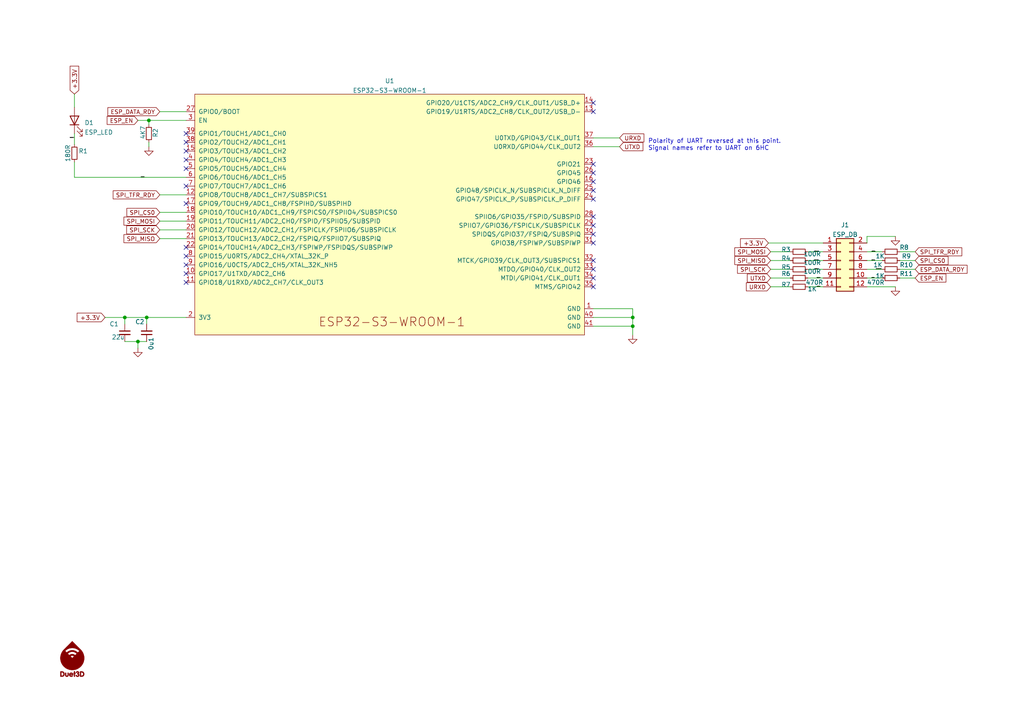
<source format=kicad_sch>
(kicad_sch (version 20211123) (generator eeschema)
  (paper "A4")
  (title_block (title "Duet 3 Wifi Module") (date "2022-08-20") (rev "0.1") (company "Duet3D") (comment 1 "(c) Duet3D") (comment 2 "licensed under the \"CERN-OHL-S v2\" or any later version plus the \"Additional Duet3D Licence Terms\", see https://github.com/Duet3D/Duet3-Mainboard-6HC/blob/master/LICENSE"))
  (lib_symbols
    (symbol "Connector_Generic:Conn_02x06_Odd_Even" (pin_names (offset 1.016) hide)
      (property "Reference" "J" (at 1.27 7.62 0))
      (property "Value" "Conn_02x06_Odd_Even" (at 1.27 -10.16 0))
      (symbol "Conn_02x06_Odd_Even_1_1"
        (rectangle (start -1.27 -7.493) (end 0 -7.747) (stroke (width 0.1524)))
        (rectangle (start -1.27 -4.953) (end 0 -5.207) (stroke (width 0.1524)))
        (rectangle (start -1.27 -2.413) (end 0 -2.667) (stroke (width 0.1524)))
        (rectangle (start -1.27 0.127) (end 0 -0.127) (stroke (width 0.1524)))
        (rectangle (start -1.27 2.667) (end 0 2.413) (stroke (width 0.1524)))
        (rectangle (start -1.27 5.207) (end 0 4.953) (stroke (width 0.1524)))
        (rectangle (start -1.27 6.35) (end 3.81 -8.89) (stroke (width 0.254)) (fill (type background)))
        (rectangle (start 3.81 -7.493) (end 2.54 -7.747) (stroke (width 0.1524)))
        (rectangle (start 3.81 -4.953) (end 2.54 -5.207) (stroke (width 0.1524)))
        (rectangle (start 3.81 -2.413) (end 2.54 -2.667) (stroke (width 0.1524)))
        (rectangle (start 3.81 0.127) (end 2.54 -0.127) (stroke (width 0.1524)))
        (rectangle (start 3.81 2.667) (end 2.54 2.413) (stroke (width 0.1524)))
        (rectangle (start 3.81 5.207) (end 2.54 4.953) (stroke (width 0.1524)))
        (pin passive line (at -5.08 5.08 0) (length 3.81) (name "Pin_1") (number "1"))
        (pin passive line (at 7.62 -5.08 180) (length 3.81) (name "Pin_10") (number "10"))
        (pin passive line (at -5.08 -7.62 0) (length 3.81) (name "Pin_11") (number "11"))
        (pin passive line (at 7.62 -7.62 180) (length 3.81) (name "Pin_12") (number "12"))
        (pin passive line (at 7.62 5.08 180) (length 3.81) (name "Pin_2") (number "2"))
        (pin passive line (at -5.08 2.54 0) (length 3.81) (name "Pin_3") (number "3"))
        (pin passive line (at 7.62 2.54 180) (length 3.81) (name "Pin_4") (number "4"))
        (pin passive line (at -5.08 0 0) (length 3.81) (name "Pin_5") (number "5"))
        (pin passive line (at 7.62 0 180) (length 3.81) (name "Pin_6") (number "6"))
        (pin passive line (at -5.08 -2.54 0) (length 3.81) (name "Pin_7") (number "7"))
        (pin passive line (at 7.62 -2.54 180) (length 3.81) (name "Pin_8") (number "8"))
        (pin passive line (at -5.08 -5.08 0) (length 3.81) (name "Pin_9") (number "9"))
      )
    )
    (symbol "Device:C_Small" (pin_numbers hide) (pin_names (offset 0.254) hide)
      (property "Reference" "C" (at 0.254 1.778 0))
      (property "Value" "C_Small" (at 0.254 -2.032 0))
      (symbol "C_Small_0_1"
        (polyline (pts (xy -1.524 -0.508) (xy 1.524 -0.508)) (stroke (width 0.3302)))
        (polyline (pts (xy -1.524 0.508) (xy 1.524 0.508)) (stroke (width 0.3048)))
      )
      (symbol "C_Small_1_1"
        (pin passive line (at 0 2.54 270) (length 2.032) (name "~") (number "1"))
        (pin passive line (at 0 -2.54 90) (length 2.032) (name "~") (number "2"))
      )
    )
    (symbol "Device:LED" (pin_numbers hide) (pin_names (offset 1.016) hide)
      (property "Reference" "D" (at 0 2.54 0))
      (property "Value" "LED" (at 0 -2.54 0))
      (symbol "LED_0_1"
        (polyline (pts (xy -1.27 -1.27) (xy -1.27 1.27)) (stroke (width 0.254)))
        (polyline (pts (xy -1.27 0) (xy 1.27 0)))
        (polyline (pts (xy 1.27 -1.27) (xy 1.27 1.27) (xy -1.27 0) (xy 1.27 -1.27)) (stroke (width 0.254)))
        (polyline (pts (xy -3.048 -0.762) (xy -4.572 -2.286) (xy -3.81 -2.286) (xy -4.572 -2.286) (xy -4.572 -1.524)))
        (polyline (pts (xy -1.778 -0.762) (xy -3.302 -2.286) (xy -2.54 -2.286) (xy -3.302 -2.286) (xy -3.302 -1.524)))
      )
      (symbol "LED_1_1"
        (pin passive line (at -3.81 0 0) (length 2.54) (name "K") (number "1"))
        (pin passive line (at 3.81 0 180) (length 2.54) (name "A") (number "2"))
      )
    )
    (symbol "Device:R_Small" (pin_numbers hide) (pin_names (offset 0.254) hide)
      (property "Reference" "R" (at 0.762 0.508 0))
      (property "Value" "R_Small" (at 0.762 -1.016 0))
      (symbol "R_Small_0_1"
        (rectangle (start -0.762 1.778) (end 0.762 -1.778) (stroke (width 0.2032)))
      )
      (symbol "R_Small_1_1"
        (pin passive line (at 0 2.54 270) (length 0.762) (name "~") (number "1"))
        (pin passive line (at 0 -2.54 90) (length 0.762) (name "~") (number "2"))
      )
    )
    (symbol "Duet3:Logo_Duet3d_New" (pin_names (offset 1.016))
      (symbol "Logo_Duet3d_New_0_0"
        (polyline (pts (xy 0.7874 -4.2418) (xy 0.9652 -4.2418) (xy 0.9652 -4.0132) (xy 0.7874 -4.0132) (xy 0.7874 -3.5814) (xy 0.508 -3.5814) (xy 0.508 -4.0132) (xy 0.381 -4.0132) (xy 0.381 -4.2418) (xy 0.508 -4.2418) (xy 0.508 -5.1054) (xy 0.635 -5.1054) (xy 0.6604 -5.1308) (xy 0.7874 -5.1308) (xy 0.7874 -4.2418)) (stroke (width 0.0254)) (fill (type outline)))
        (polyline (pts (xy -1.4732 -5.1308) (xy -1.3716 -5.1308) (xy -1.3716 -5.1054) (xy -1.3208 -5.1054) (xy -1.2954 -5.08) (xy -1.27 -5.08) (xy -1.27 -5.0546) (xy -1.2446 -5.0546) (xy -1.1684 -4.9784) (xy -1.1684 -4.953) (xy -1.143 -4.953) (xy -1.143 -4.9276) (xy -1.1176 -4.9022) (xy -1.1176 -4.8514) (xy -1.0922 -4.826) (xy -1.0922 -4.7498) (xy -1.0668 -4.7244) (xy -1.0668 -4.0132) (xy -1.3462 -4.0132) (xy -1.3462 -4.7244) (xy -1.3716 -4.7244) (xy -1.3716 -4.7752) (xy -1.397 -4.8006) (xy -1.397 -4.826) (xy -1.4224 -4.826) (xy -1.4224 -4.8514) (xy -1.4478 -4.8514) (xy -1.4478 -4.8768) (xy -1.651 -4.8768) (xy -1.6764 -4.8514) (xy -1.7018 -4.8514) (xy -1.7018 -4.826) (xy -1.7272 -4.8006) (xy -1.7272 -4.7752) (xy -1.7526 -4.7752) (xy -1.7526 -4.6482) (xy -1.778 -4.6228) (xy -1.778 -4.0132) (xy -2.0574 -4.0132) (xy -2.0574 -4.6736) (xy -2.032 -4.6736) (xy -2.032 -4.826) (xy -2.0066 -4.8514) (xy -2.0066 -4.8768) (xy -1.9812 -4.9022) (xy -1.9812 -4.9276) (xy -1.9558 -4.953) (xy -1.9558 -4.9784) (xy -1.9304 -5.0038) (xy -1.905 -5.0038) (xy -1.905 -5.0292) (xy -1.8796 -5.0292) (xy -1.8796 -5.0546) (xy -1.8542 -5.0546) (xy -1.8542 -5.08) (xy -1.8034 -5.08) (xy -1.778 -5.1054) (xy -1.7526 -5.1054) (xy -1.7272 -5.1308) (xy -1.6256 -5.1308) (xy -1.6002 -5.1562) (xy -1.4986 -5.1562) (xy -1.4732 -5.1308)) (stroke (width 0.0254)) (fill (type outline)))
        (polyline (pts (xy -3.2004 -5.1054) (xy -2.7432 -5.1054) (xy -2.7178 -5.08) (xy -2.667 -5.08) (xy -2.6416 -5.0546) (xy -2.5908 -5.0546) (xy -2.5908 -5.0292) (xy -2.5654 -5.0292) (xy -2.54 -5.0038) (xy -2.5146 -5.0038) (xy -2.5146 -4.9784) (xy -2.4892 -4.9784) (xy -2.3622 -4.8514) (xy -2.3622 -4.826) (xy -2.3368 -4.8006) (xy -2.3368 -4.7752) (xy -2.3114 -4.7498) (xy -2.3114 -4.7244) (xy -2.286 -4.6736) (xy -2.286 -4.6482) (xy -2.2606 -4.6228) (xy -2.2606 -4.5212) (xy -2.2352 -4.4958) (xy -2.2352 -4.2672) (xy -2.2606 -4.2418) (xy -2.2606 -4.1402) (xy -2.286 -4.1148) (xy -2.286 -4.064) (xy -2.3114 -4.0386) (xy -2.3114 -4.0132) (xy -2.3368 -3.9878) (xy -2.3368 -3.9624) (xy -2.3622 -3.937) (xy -2.3622 -3.9116) (xy -2.3876 -3.8862) (xy -2.3876 -3.8608) (xy -2.413 -3.8608) (xy -2.4384 -3.8354) (xy -2.4384 -3.81) (xy -2.4892 -3.7592) (xy -2.5146 -3.7592) (xy -2.5654 -3.7084) (xy -2.5908 -3.7084) (xy -2.5908 -3.683) (xy -2.6162 -3.683) (xy -2.6416 -3.6576) (xy -2.6924 -3.6576) (xy -2.7432 -3.6322) (xy -2.8194 -3.6322) (xy -2.8448 -3.6068) (xy -3.429 -3.6068) (xy -3.429 -4.826) (xy -3.1496 -4.826) (xy -3.1496 -3.8862) (xy -2.921 -3.8862) (xy -2.8956 -3.9116) (xy -2.8194 -3.9116) (xy -2.794 -3.937) (xy -2.7432 -3.937) (xy -2.7432 -3.9624) (xy -2.7178 -3.9624) (xy -2.667 -4.0132) (xy -2.6416 -4.0132) (xy -2.6416 -4.0386) (xy -2.5908 -4.0894) (xy -2.5908 -4.1148) (xy -2.5654 -4.1402) (xy -2.5654 -4.191) (xy -2.54 -4.2164) (xy -2.54 -4.5466) (xy -2.5654 -4.572) (xy -2.5654 -4.6228) (xy -2.6162 -4.6736) (xy -2.6162 -4.699) (xy -2.6416 -4.699) (xy -2.6416 -4.7244) (xy -2.667 -4.7244) (xy -2.667 -4.7498) (xy -2.6924 -4.7498) (xy -2.6924 -4.7752) (xy -2.7178 -4.7752) (xy -2.7432 -4.8006) (xy -2.794 -4.8006) (xy -2.794 -4.826) (xy -3.1496 -4.826) (xy -3.429 -4.826) (xy -3.429 -5.1308) (xy -3.2004 -5.1054)) (stroke (width 0.0254)) (fill (type outline)))
        (polyline (pts (xy 2.5146 -5.1054) (xy 2.9464 -5.1054) (xy 2.9718 -5.08) (xy 3.048 -5.08) (xy 3.0734 -5.0546) (xy 3.0988 -5.0546) (xy 3.1242 -5.0292) (xy 3.1496 -5.0292) (xy 3.2004 -4.9784) (xy 3.2258 -4.9784) (xy 3.2258 -4.953) (xy 3.2512 -4.9276) (xy 3.2766 -4.9276) (xy 3.2766 -4.9022) (xy 3.3528 -4.826) (xy 3.3528 -4.8006) (xy 3.3782 -4.7752) (xy 3.3782 -4.7498) (xy 3.4036 -4.7244) (xy 3.4036 -4.699) (xy 3.429 -4.6482) (xy 3.429 -4.5974) (xy 3.4544 -4.572) (xy 3.4544 -4.191) (xy 3.429 -4.1656) (xy 3.429 -4.0894) (xy 3.4036 -4.064) (xy 3.4036 -4.0386) (xy 3.3782 -4.0132) (xy 3.3782 -3.9878) (xy 3.3528 -3.937) (xy 3.3528 -3.9116) (xy 3.2258 -3.7846) (xy 3.2258 -3.7592) (xy 3.2004 -3.7592) (xy 3.1496 -3.7084) (xy 3.1242 -3.7084) (xy 3.0988 -3.683) (xy 3.0734 -3.683) (xy 3.048 -3.6576) (xy 2.9972 -3.6576) (xy 2.9718 -3.6322) (xy 2.8702 -3.6322) (xy 2.8448 -3.6068) (xy 2.2606 -3.6068) (xy 2.2606 -4.826) (xy 2.54 -4.826) (xy 2.54 -3.8862) (xy 2.7686 -3.8862) (xy 2.794 -3.9116) (xy 2.8702 -3.9116) (xy 2.8956 -3.937) (xy 2.9464 -3.937) (xy 2.9718 -3.9624) (xy 2.9972 -3.9624) (xy 2.9972 -3.9878) (xy 3.0226 -3.9878) (xy 3.0226 -4.0132) (xy 3.048 -4.0132) (xy 3.0734 -4.0386) (xy 3.0734 -4.064) (xy 3.0988 -4.064) (xy 3.0988 -4.0894) (xy 3.1242 -4.1148) (xy 3.1242 -4.1402) (xy 3.1496 -4.1656) (xy 3.1496 -4.2418) (xy 3.175 -4.2672) (xy 3.175 -4.4958) (xy 3.1496 -4.5212) (xy 3.1496 -4.572) (xy 3.1242 -4.5974) (xy 3.1242 -4.6482) (xy 3.0988 -4.6482) (xy 3.0988 -4.6736) (xy 3.0734 -4.699) (xy 3.0734 -4.7244) (xy 3.048 -4.7244) (xy 3.048 -4.7498) (xy 3.0226 -4.7498) (xy 3.0226 -4.7752) (xy 2.9718 -4.7752) (xy 2.9718 -4.8006) (xy 2.921 -4.8006) (xy 2.8956 -4.826) (xy 2.54 -4.826) (xy 2.2606 -4.826) (xy 2.2606 -5.1308) (xy 2.5146 -5.1054)) (stroke (width 0.0254)) (fill (type outline)))
        (polyline (pts (xy -0.2286 -5.1308) (xy -0.1016 -5.1308) (xy -0.1016 -5.1054) (xy -0.0254 -5.1054) (xy -0.0254 -5.08) (xy 0 -5.08) (xy 0.0254 -5.0546) (xy 0.0508 -5.0546) (xy 0.1016 -5.0038) (xy 0.127 -5.0038) (xy 0.127 -4.9784) (xy 0.2032 -4.9022) (xy 0.1778 -4.9022) (xy 0.1778 -4.8768) (xy 0.127 -4.8768) (xy 0.127 -4.8514) (xy 0.0762 -4.8514) (xy 0.0762 -4.826) (xy 0.0254 -4.826) (xy 0 -4.8006) (xy -0.0508 -4.8006) (xy -0.1016 -4.8514) (xy -0.127 -4.8514) (xy -0.1524 -4.8768) (xy -0.2032 -4.8768) (xy -0.2286 -4.9022) (xy -0.381 -4.9022) (xy -0.4064 -4.8768) (xy -0.4572 -4.8768) (xy -0.4826 -4.8514) (xy -0.508 -4.8514) (xy -0.5588 -4.8006) (xy -0.5588 -4.7752) (xy -0.5842 -4.7752) (xy -0.5842 -4.7498) (xy -0.6096 -4.7244) (xy -0.6096 -4.6736) (xy -0.635 -4.6482) (xy 0.2794 -4.6482) (xy 0.2794 -4.4704) (xy 0.254 -4.445) (xy 0.254 -4.3688) (xy 0.2286 -4.3434) (xy 0.2286 -4.2926) (xy 0.2032 -4.2672) (xy 0.2032 -4.2418) (xy 0.1016 -4.1402) (xy 0.1016 -4.1148) (xy 0.0762 -4.0894) (xy 0.0508 -4.0894) (xy 0.0254 -4.064) (xy 0 -4.064) (xy -0.0254 -4.0386) (xy -0.0508 -4.0386) (xy -0.0762 -4.0132) (xy -0.1016 -4.0132) (xy -0.127 -3.9878) (xy -0.2286 -3.9878) (xy -0.254 -3.9624) (xy -0.381 -3.9624) (xy -0.4064 -3.9878) (xy -0.4826 -3.9878) (xy -0.508 -4.0132) (xy -0.5334 -4.0132) (xy -0.5588 -4.0386) (xy -0.5842 -4.0386) (xy -0.6096 -4.064) (xy -0.635 -4.064) (xy -0.6604 -4.0894) (xy -0.6858 -4.0894) (xy -0.7366 -4.1402) (xy -0.7366 -4.1656) (xy -0.762 -4.191) (xy -0.7874 -4.191) (xy -0.7874 -4.2164) (xy -0.8382 -4.2672) (xy -0.8382 -4.2926) (xy -0.8636 -4.318) (xy -0.8636 -4.3688) (xy -0.889 -4.4196) (xy -0.6096 -4.4196) (xy -0.6096 -4.3942) (xy -0.5842 -4.3942) (xy -0.5842 -4.3434) (xy -0.508 -4.2672) (xy -0.4826 -4.2672) (xy -0.4826 -4.2418) (xy -0.4318 -4.2418) (xy -0.4318 -4.2164) (xy -0.2032 -4.2164) (xy -0.1778 -4.2418) (xy -0.127 -4.2418) (xy -0.127 -4.2672) (xy -0.1016 -4.2672) (xy -0.1016 -4.2926) (xy -0.0762 -4.2926) (xy -0.0762 -4.318) (xy -0.0508 -4.318) (xy -0.0508 -4.3434) (xy -0.0254 -4.3434) (xy -0.0254 -4.3942) (xy 0 -4.3942) (xy 0 -4.4196) (xy -0.6096 -4.4196) (xy -0.889 -4.4196) (xy -0.889 -4.7244) (xy -0.8636 -4.7498) (xy -0.8636 -4.8006) (xy -0.8382 -4.826) (xy -0.8382 -4.8514) (xy -0.8128 -4.8768) (xy -0.8128 -4.9022) (xy -0.7874 -4.9276) (xy -0.762 -4.9276) (xy -0.762 -4.953) (xy -0.6858 -5.0292) (xy -0.6604 -5.0292) (xy -0.6604 -5.0546) (xy -0.635 -5.0546) (xy -0.6096 -5.08) (xy -0.5842 -5.08) (xy -0.5588 -5.1054) (xy -0.5334 -5.1054) (xy -0.508 -5.1308) (xy -0.381 -5.1308) (xy -0.3556 -5.1562) (xy -0.254 -5.1562) (xy -0.2286 -5.1308)) (stroke (width 0.0254)) (fill (type outline)))
        (polyline (pts (xy 1.6764 -5.1308) (xy 1.7272 -5.1308) (xy 1.7526 -5.1054) (xy 1.778 -5.1054) (xy 1.8034 -5.08) (xy 1.8288 -5.08) (xy 1.8542 -5.0546) (xy 1.8796 -5.0546) (xy 1.905 -5.0292) (xy 1.905 -5.0038) (xy 1.9304 -5.0038) (xy 1.9558 -4.9784) (xy 1.9558 -4.953) (xy 1.9812 -4.9276) (xy 2.0066 -4.9276) (xy 2.0066 -4.8768) (xy 2.032 -4.8514) (xy 2.032 -4.8006) (xy 2.0574 -4.8006) (xy 2.0574 -4.5466) (xy 2.032 -4.5212) (xy 2.032 -4.4704) (xy 2.0066 -4.4704) (xy 2.0066 -4.445) (xy 1.9812 -4.445) (xy 1.9812 -4.4196) (xy 1.905 -4.3434) (xy 1.8796 -4.3434) (xy 1.8542 -4.318) (xy 1.8288 -4.318) (xy 1.8288 -4.2926) (xy 1.778 -4.2926) (xy 1.8034 -4.2672) (xy 1.8288 -4.2672) (xy 1.8288 -4.2418) (xy 1.8542 -4.2418) (xy 1.8542 -4.2164) (xy 1.8796 -4.2164) (xy 1.9304 -4.1656) (xy 1.9304 -4.1402) (xy 1.9558 -4.1148) (xy 1.9558 -4.0894) (xy 1.9812 -4.064) (xy 1.9812 -3.8608) (xy 1.9558 -3.8354) (xy 1.9558 -3.81) (xy 1.9304 -3.7846) (xy 1.9304 -3.7592) (xy 1.905 -3.7592) (xy 1.905 -3.7338) (xy 1.8796 -3.7084) (xy 1.8796 -3.683) (xy 1.8542 -3.683) (xy 1.8034 -3.6322) (xy 1.778 -3.6322) (xy 1.7526 -3.6068) (xy 1.7018 -3.6068) (xy 1.6764 -3.5814) (xy 1.397 -3.5814) (xy 1.3716 -3.6068) (xy 1.3208 -3.6068) (xy 1.3208 -3.6322) (xy 1.2954 -3.6322) (xy 1.27 -3.6576) (xy 1.2446 -3.6576) (xy 1.2192 -3.683) (xy 1.2192 -3.7084) (xy 1.1938 -3.7084) (xy 1.1684 -3.7338) (xy 1.1684 -3.7592) (xy 1.143 -3.7846) (xy 1.143 -3.81) (xy 1.1176 -3.8354) (xy 1.1176 -3.8608) (xy 1.0922 -3.8862) (xy 1.0922 -3.9878) (xy 1.3716 -3.9878) (xy 1.3716 -3.937) (xy 1.4224 -3.8862) (xy 1.4478 -3.8862) (xy 1.4478 -3.8608) (xy 1.4986 -3.8608) (xy 1.524 -3.8354) (xy 1.5748 -3.8354) (xy 1.5748 -3.8608) (xy 1.6256 -3.8608) (xy 1.6764 -3.9116) (xy 1.6764 -3.937) (xy 1.7018 -3.9624) (xy 1.7018 -4.0386) (xy 1.6764 -4.0386) (xy 1.6764 -4.064) (xy 1.651 -4.0894) (xy 1.651 -4.1148) (xy 1.6256 -4.1148) (xy 1.6002 -4.1402) (xy 1.5748 -4.1402) (xy 1.5494 -4.1656) (xy 1.4478 -4.1656) (xy 1.4478 -4.4196) (xy 1.5494 -4.4196) (xy 1.5748 -4.445) (xy 1.6002 -4.445) (xy 1.6256 -4.4704) (xy 1.6764 -4.4704) (xy 1.6764 -4.4958) (xy 1.7018 -4.4958) (xy 1.7018 -4.5212) (xy 1.7272 -4.5212) (xy 1.7272 -4.5466) (xy 1.7526 -4.5466) (xy 1.7526 -4.572) (xy 1.778 -4.5974) (xy 1.778 -4.7498) (xy 1.7526 -4.7752) (xy 1.7526 -4.8006) (xy 1.7272 -4.8006) (xy 1.7272 -4.826) (xy 1.7018 -4.826) (xy 1.7018 -4.8514) (xy 1.6764 -4.8514) (xy 1.651 -4.8768) (xy 1.5748 -4.8768) (xy 1.5494 -4.9022) (xy 1.524 -4.8768) (xy 1.4478 -4.8768) (xy 1.4224 -4.8514) (xy 1.397 -4.8514) (xy 1.397 -4.826) (xy 1.3716 -4.826) (xy 1.3716 -4.8006) (xy 1.3462 -4.8006) (xy 1.3462 -4.7752) (xy 1.3208 -4.7498) (xy 1.3208 -4.6736) (xy 1.016 -4.6736) (xy 1.016 -4.699) (xy 1.0414 -4.7244) (xy 1.0414 -4.8006) (xy 1.0668 -4.8514) (xy 1.0668 -4.8768) (xy 1.0922 -4.9022) (xy 1.0922 -4.9276) (xy 1.143 -4.9784) (xy 1.143 -5.0038) (xy 1.1684 -5.0038) (xy 1.27 -5.1054) (xy 1.3208 -5.1054) (xy 1.3462 -5.1308) (xy 1.397 -5.1308) (xy 1.4224 -5.1562) (xy 1.651 -5.1562) (xy 1.6764 -5.1308)) (stroke (width 0.0254)) (fill (type outline)))
        (polyline (pts (xy 0.3556 -3.175) (xy 0.508 -3.175) (xy 0.5842 -3.1496) (xy 0.635 -3.1496) (xy 0.7112 -3.1242) (xy 0.7874 -3.1242) (xy 0.8636 -3.0988) (xy 0.9144 -3.0734) (xy 0.9906 -3.0734) (xy 1.0668 -3.048) (xy 1.1176 -3.0226) (xy 1.1938 -2.9972) (xy 1.2446 -2.9718) (xy 1.397 -2.921) (xy 1.4478 -2.8956) (xy 1.524 -2.8702) (xy 1.5748 -2.8194) (xy 1.651 -2.794) (xy 1.6764 -2.7686) (xy 1.7526 -2.7432) (xy 1.8034 -2.6924) (xy 1.8542 -2.667) (xy 1.9304 -2.6162) (xy 1.9812 -2.5908) (xy 2.032 -2.54) (xy 2.1082 -2.5146) (xy 2.2606 -2.3622) (xy 2.3114 -2.3368) (xy 2.5146 -2.1336) (xy 2.5146 -2.1082) (xy 2.54 -2.1082) (xy 2.667 -1.9812) (xy 2.6924 -1.9304) (xy 2.7432 -1.8796) (xy 2.794 -1.8034) (xy 2.8194 -1.778) (xy 2.8448 -1.7272) (xy 2.8956 -1.651) (xy 2.921 -1.6002) (xy 2.9718 -1.5494) (xy 2.9972 -1.4732) (xy 3.048 -1.4224) (xy 3.0734 -1.3716) (xy 3.0988 -1.2954) (xy 3.1242 -1.2446) (xy 3.175 -1.1684) (xy 3.2004 -1.1176) (xy 3.2512 -0.9652) (xy 3.2766 -0.9144) (xy 3.302 -0.8382) (xy 3.302 -0.7874) (xy 3.3528 -0.635) (xy 3.3782 -0.5842) (xy 3.3782 -0.508) (xy 3.4036 -0.4318) (xy 3.4036 -0.381) (xy 3.429 -0.3048) (xy 3.429 -0.2286) (xy 3.4544 -0.1524) (xy 3.4544 0.0508) (xy 3.4798 0.127) (xy 3.4798 0.4064) (xy 3.4544 0.4826) (xy 3.4544 0.6858) (xy 3.429 0.762) (xy 3.429 0.8382) (xy 3.4036 0.889) (xy 3.4036 0.9906) (xy 3.3782 1.0414) (xy 3.3528 1.1176) (xy 3.3528 1.1938) (xy 3.3274 1.2446) (xy 3.2766 1.397) (xy 3.2512 1.4478) (xy 3.2004 1.6002) (xy 3.175 1.651) (xy 3.1496 1.7272) (xy 3.1242 1.778) (xy 3.0988 1.8542) (xy 3.048 1.905) (xy 3.0226 1.9558) (xy 2.9718 2.032) (xy 2.8956 2.1844) (xy 2.8448 2.2352) (xy 2.8194 2.286) (xy 2.7686 2.3622) (xy 2.667 2.4638) (xy 2.6416 2.5146) (xy 2.4892 2.667) (xy 2.4892 2.6924) (xy 2.4638 2.6924) (xy 2.4638 2.7178) (xy 2.4384 2.7178) (xy 2.4384 2.7432) (xy 2.413 2.7432) (xy 2.413 2.7686) (xy 2.3876 2.7686) (xy 2.3876 2.794) (xy 2.3622 2.794) (xy 2.286 2.8702) (xy 2.286 2.8956) (xy 2.2606 2.8956) (xy 2.1844 2.9718) (xy 2.1844 2.9972) (xy 2.159 2.9972) (xy 1.9558 3.2004) (xy 1.9304 3.2512) (xy 1.905 3.2766) (xy 1.8542 3.302) (xy 1.3462 3.81) (xy 1.3208 3.8608) (xy 1.27 3.8862) (xy 0 5.1562) (xy -1.2192 3.9116) (xy -1.27 3.8862) (xy -1.2954 3.8354) (xy -1.397 3.7338) (xy -1.4478 3.7084) (xy -1.4732 3.6576) (xy -1.4986 3.6322) (xy -1.5494 3.6068) (xy -1.5748 3.556) (xy -1.6256 3.5052) (xy -1.6764 3.4798) (xy -1.7018 3.429) (xy -1.7526 3.3782) (xy -1.8034 3.3528) (xy -1.8288 3.302) (xy -2.2352 2.8956) (xy -2.2606 2.8956) (xy -2.2606 2.8702) (xy -2.4638 2.667) (xy -2.4892 2.667) (xy -2.4892 2.6416) (xy -2.6162 2.5146) (xy -2.6162 2.4892) (xy -2.6416 2.4638) (xy -2.667 2.4638) (xy -2.7178 2.3622) (xy -2.7432 2.3368) (xy -2.0574 2.3368) (xy -2.0574 2.3622) (xy -2.032 2.3622) (xy -1.905 2.4892) (xy -1.8542 2.5146) (xy -1.8034 2.5654) (xy -1.7526 2.5908) (xy -1.7018 2.6416) (xy -1.651 2.667) (xy -1.6002 2.7178) (xy -1.4986 2.7686) (xy -1.4478 2.8194) (xy -1.3716 2.8448) (xy -1.27 2.8956) (xy -1.1938 2.921) (xy -1.0922 2.9718) (xy -1.016 2.9972) (xy -0.9144 3.048) (xy -0.8382 3.0734) (xy -0.7874 3.0734) (xy -0.7112 3.0988) (xy -0.6604 3.1242) (xy -0.5842 3.1242) (xy -0.5334 3.1496) (xy -0.4064 3.1496) (xy -0.3302 3.175) (xy -0.0762 3.175) (xy 0 3.2004) (xy 0.0508 3.2004) (xy 0.127 3.175) (xy 0.381 3.175) (xy 0.4318 3.1496) (xy 0.508 3.1496) (xy 0.5588 3.1242) (xy 0.635 3.1242) (xy 0.6858 3.0988) (xy 0.762 3.0988) (xy 0.8128 3.0734) (xy 0.889 3.048) (xy 0.9398 3.0226) (xy 1.016 3.0226) (xy 1.1176 2.9718) (xy 1.143 2.9718) (xy 1.1684 2.9464) (xy 1.1938 2.9464) (xy 1.2192 2.921) (xy 1.2446 2.921) (xy 1.27 2.8956) (xy 1.2954 2.8956) (xy 1.3208 2.8702) (xy 1.3462 2.8702) (xy 1.3716 2.8448) (xy 1.397 2.8448) (xy 1.4224 2.8194) (xy 1.4478 2.8194) (xy 1.4478 2.794) (xy 1.4986 2.7686) (xy 1.5748 2.7432) (xy 1.6256 2.6924) (xy 1.7272 2.6416) (xy 1.778 2.5908) (xy 1.8288 2.5654) (xy 1.9304 2.4638) (xy 1.9812 2.4384) (xy 2.0066 2.3876) (xy 2.032 2.3876) (xy 2.032 2.3622) (xy 2.0574 2.3622) (xy 2.0574 2.3368) (xy 2.0828 2.3368) (xy 2.0828 2.3114) (xy 1.8542 2.0828) (xy 1.8288 2.0828) (xy 1.8288 2.0574) (xy 1.8034 2.0574) (xy 1.778 2.032) (xy 1.778 2.0066) (xy 1.7526 2.0066) (xy 1.7526 1.9812) (xy 1.7272 1.9812) (xy 1.7272 1.9558) (xy 1.7018 1.9558) (xy 1.7018 1.9304) (xy 1.6764 1.9304) (xy 1.6764 1.905) (xy 1.651 1.905) (xy 1.651 1.8796) (xy 1.6256 1.8796) (xy 1.6256 1.8542) (xy 1.6002 1.8542) (xy 1.6002 1.8796) (xy 1.5748 1.8796) (xy 1.5748 1.905) (xy 1.5494 1.905) (xy 1.5494 1.9304) (xy 1.4986 1.9558) (xy 1.4478 2.0066) (xy 1.397 2.032) (xy 1.3716 2.0828) (xy 1.27 2.1336) (xy 1.2192 2.1844) (xy 1.1684 2.2098) (xy 1.143 2.2098) (xy 0.7366 2.413) (xy 0.6858 2.413) (xy 0.5842 2.4638) (xy 0.5334 2.4638) (xy 0.4572 2.4892) (xy 0.3556 2.4892) (xy 0.3048 2.5146) (xy 0.0762 2.5146) (xy 0.0508 2.54) (xy -0.0508 2.54) (xy -0.0762 2.5146) (xy -0.2794 2.5146) (xy -0.3556 2.4892) (xy -0.4572 2.4892) (xy -0.508 2.4638) (xy -0.5588 2.4638) (xy -0.6096 2.4384) (xy -0.6858 2.413) (xy -0.7366 2.413) (xy -0.889 2.3368) (xy -0.9398 2.3368) (xy -0.9906 2.3114) (xy -1.016 2.286) (xy -1.1684 2.2098) (xy -1.2192 2.159) (xy -1.3716 2.0828) (xy -1.397 2.032) (xy -1.4478 2.0066) (xy -1.5748 1.8796) (xy -1.6002 1.8796) (xy -2.0574 2.3368) (xy -2.7432 2.3368) (xy -2.8194 2.2606) (xy -2.8448 2.1844) (xy -2.8956 2.1336) (xy -2.921 2.0828) (xy -2.9718 2.0066) (xy -2.9972 1.9558) (xy -3.048 1.8796) (xy -3.0734 1.8288) (xy -3.0988 1.7526) (xy -3.1242 1.7018) (xy -3.1496 1.6256) (xy -3.175 1.5748) (xy -3.175 1.5494) (xy -1.2954 1.5494) (xy -1.2192 1.6256) (xy -1.1684 1.651) (xy -1.0922 1.7272) (xy -1.0414 1.7526) (xy -0.9652 1.8288) (xy -0.8128 1.905) (xy -0.762 1.905) (xy -0.7366 1.9304) (xy -0.635 1.9812) (xy -0.5842 1.9812) (xy -0.4826 2.032) (xy -0.4318 2.032) (xy -0.381 2.0574) (xy -0.2794 2.0574) (xy -0.2286 2.0828) (xy 0.2286 2.0828) (xy 0.2794 2.0574) (xy 0.381 2.0574) (xy 0.4318 2.032) (xy 0.4826 2.032) (xy 0.5334 2.0066) (xy 0.5842 2.0066) (xy 0.6096 1.9812) (xy 0.6604 1.9812) (xy 0.6858 1.9558) (xy 0.7112 1.9558) (xy 0.7112 1.9304) (xy 0.7366 1.9304) (xy 0.889 1.8542) (xy 0.9144 1.8288) (xy 1.016 1.778) (xy 1.0414 1.7526) (xy 1.143 1.7018) (xy 1.2446 1.6002) (xy 1.2954 1.5748) (xy 1.2954 1.524) (xy 1.27 1.524) (xy 1.27 1.4986) (xy 1.2446 1.4986) (xy 1.2446 1.4732) (xy 1.2192 1.4732) (xy 1.2192 1.4478) (xy 1.1938 1.4478) (xy 1.1938 1.4224) (xy 1.1684 1.4224) (xy 1.1684 1.397) (xy 1.143 1.397) (xy 1.1176 1.3716) (xy 1.1176 1.3462) (xy 1.0922 1.3462) (xy 1.0922 1.3208) (xy 1.0668 1.3208) (xy 1.0668 1.2954) (xy 1.0414 1.2954) (xy 1.016 1.27) (xy 1.016 1.2446) (xy 0.9906 1.2446) (xy 0.9906 1.2192) (xy 0.9652 1.2192) (xy 0.9652 1.1938) (xy 0.9398 1.1938) (xy 0.9398 1.1684) (xy 0.9144 1.1684) (xy 0.9144 1.143) (xy 0.889 1.143) (xy 0.889 1.1176) (xy 0.8636 1.1176) (xy 0.8636 1.0922) (xy 0.8128 1.0922) (xy 0.7112 1.1938) (xy 0.6604 1.2192) (xy 0.6096 1.27) (xy 0.5588 1.27) (xy 0.5588 1.2954) (xy 0.5334 1.2954) (xy 0.508 1.3208) (xy 0.4826 1.3208) (xy 0.4318 1.3462) (xy 0.4064 1.3716) (xy 0.3556 1.3716) (xy 0.3302 1.397) (xy 0.2286 1.397) (xy 0.2032 1.4224) (xy -0.2032 1.4224) (xy -0.2286 1.397) (xy -0.3048 1.397) (xy -0.3556 1.3716) (xy -0.381 1.3716) (xy -0.4318 1.3462) (xy -0.4572 1.3208) (xy -0.508 1.3208) (xy -0.5334 1.2954) (xy -0.5842 1.27) (xy -0.6096 1.2446) (xy -0.635 1.2446) (xy -0.6858 1.2192) (xy -0.6858 1.1938) (xy -0.7112 1.1938) (xy -0.8128 1.0922) (xy -0.8382 1.0922) (xy -0.8382 1.1176) (xy -0.8636 1.1176) (xy -0.8636 1.143) (xy -0.889 1.143) (xy -0.889 1.1684) (xy -0.9144 1.1684) (xy -0.9144 1.1938) (xy -0.9398 1.1938) (xy -0.9398 1.2192) (xy -0.9652 1.2192) (xy -0.9652 1.2446) (xy -0.9906 1.2446) (xy -0.9906 1.27) (xy -1.016 1.27) (xy -1.016 1.2954) (xy -1.0414 1.3208) (xy -1.0668 1.3208) (xy -1.2954 1.5494) (xy -3.175 1.5494) (xy -3.2258 1.4986) (xy -3.2258 1.4478) (xy -3.2766 1.2954) (xy -3.302 1.2446) (xy -3.3528 1.0922) (xy -3.3528 1.0414) (xy -3.3782 0.9652) (xy -3.3782 0.889) (xy -3.4036 0.8382) (xy -3.4036 0.762) (xy -0.508 0.762) (xy -0.508 0.7874) (xy -0.4826 0.7874) (xy -0.4826 0.8128) (xy -0.4572 0.8382) (xy -0.4318 0.8382) (xy -0.3556 0.9144) (xy -0.3302 0.9144) (xy -0.2794 0.9398) (xy -0.254 0.9398) (xy -0.2286 0.9652) (xy -0.127 0.9652) (xy -0.1016 0.9906) (xy 0.127 0.9906) (xy 0.1524 0.9652) (xy 0.2032 0.9652) (xy 0.2286 0.9398) (xy 0.2794 0.9398) (xy 0.3048 0.9144) (xy 0.3302 0.9144) (xy 0.3556 0.889) (xy 0.381 0.889) (xy 0.4572 0.8128) (xy 0.4826 0.8128) (xy 0.4826 0.7874) (xy 0.508 0.7874) (xy 0.5334 0.762) (xy 0.508 0.762) (xy 0.508 0.7366) (xy 0.4826 0.7366) (xy 0.4826 0.7112) (xy 0.4572 0.7112) (xy 0.4572 0.6858) (xy 0.4318 0.6858) (xy 0.4318 0.6604) (xy 0.4064 0.6604) (xy 0.4064 0.635) (xy 0.381 0.635) (xy 0.381 0.6096) (xy 0.3556 0.6096) (xy 0.3556 0.5842) (xy 0.3302 0.5842) (xy 0.3048 0.5588) (xy 0.3048 0.5334) (xy 0.2794 0.5334) (xy 0.2794 0.508) (xy 0.254 0.508) (xy 0.2286 0.4826) (xy 0.2286 0.4572) (xy 0.2032 0.4572) (xy 0.2032 0.4318) (xy 0.1778 0.4318) (xy 0.1524 0.4064) (xy 0.1524 0.381) (xy 0.127 0.381) (xy 0.127 0.3556) (xy 0.1016 0.3556) (xy 0.0762 0.3302) (xy 0.0762 0.3048) (xy 0.0508 0.3048) (xy 0.0508 0.2794) (xy 0.0254 0.2794) (xy 0.0254 0.254) (xy 0 0.254) (xy 0 0.2794) (xy -0.0254 0.2794) (xy -0.0254 0.3048) (xy -0.0508 0.3048) (xy -0.0508 0.3302) (xy -0.0762 0.3302) (xy -0.0762 0.3556) (xy -0.1016 0.3556) (xy -0.1016 0.381) (xy -0.127 0.381) (xy -0.127 0.4064) (xy -0.1524 0.4064) (xy -0.1524 0.4318) (xy -0.1778 0.4318) (xy -0.1778 0.4572) (xy -0.2286 0.508) (xy -0.254 0.508) (xy -0.254 0.5334) (xy -0.2794 0.5334) (xy -0.2794 0.5588) (xy -0.3048 0.5588) (xy -0.3048 0.5842) (xy -0.4064 0.6858) (xy -0.4318 0.6858) (xy -0.4318 0.7112) (xy -0.4572 0.7112) (xy -0.4572 0.7366) (xy -0.4826 0.7366) (xy -0.4826 0.762) (xy -0.508 0.762) (xy -3.4036 0.762) (xy -3.429 0.6858) (xy -3.429 0.4826) (xy -3.4544 0.4064) (xy -3.4544 0.127) (xy -3.429 0.0508) (xy -3.429 -0.1524) (xy -3.4036 -0.2286) (xy -3.4036 -0.3556) (xy -3.3782 -0.4318) (xy -3.3528 -0.4826) (xy -3.3528 -0.5588) (xy -3.3274 -0.635) (xy -3.302 -0.6858) (xy -3.302 -0.762) (xy -3.2766 -0.8382) (xy -3.2512 -0.889) (xy -3.2004 -1.0414) (xy -3.175 -1.0922) (xy -3.1496 -1.1684) (xy -3.1242 -1.2192) (xy -3.0734 -1.2954) (xy -3.048 -1.3462) (xy -3.0226 -1.4224) (xy -2.9718 -1.4732) (xy -2.9464 -1.524) (xy -2.921 -1.6002) (xy -2.8194 -1.7018) (xy -2.8194 -1.7526) (xy -2.7178 -1.8542) (xy -2.6924 -1.905) (xy -2.5908 -2.0066) (xy -2.54 -2.0828) (xy -2.3876 -2.2352) (xy -2.3368 -2.2606) (xy -2.1336 -2.4638) (xy -2.1082 -2.4638) (xy -2.0574 -2.5146) (xy -2.0066 -2.54) (xy -1.9558 -2.5908) (xy -1.8796 -2.6416) (xy -1.8288 -2.667) (xy -1.778 -2.7178) (xy -1.7018 -2.7432) (xy -1.651 -2.7686) (xy -1.5748 -2.8194) (xy -1.524 -2.8448) (xy -1.4478 -2.8702) (xy -1.397 -2.8956) (xy -1.3208 -2.921) (xy -1.27 -2.9464) (xy -1.1938 -2.9718) (xy -1.143 -2.9972) (xy -0.9906 -3.048) (xy -0.9398 -3.0734) (xy -0.8636 -3.0988) (xy -0.7874 -3.0988) (xy -0.635 -3.1496) (xy -0.5842 -3.1496) (xy -0.508 -3.175) (xy -0.3556 -3.175) (xy -0.3048 -3.2004) (xy 0.3048 -3.2004) (xy 0.3556 -3.175)) (stroke (width 0.0254)) (fill (type outline)))
      )
    )
    (symbol "Espressif:ESP32-S3-WROOM-1" (pin_names (offset 1.016))
      (property "Reference" "U" (at 0 35.56 0))
      (property "Value" "ESP32-S3-WROOM-1" (at 0 -36.83 0))
      (symbol "ESP32-S3-WROOM-1_0_0"
        (rectangle (start -57.15 34.29) (end 55.88 -35.56) (fill (type background)))
        (text "ESP32-S3-WROOM-1" (at 0 -31.75 0) (effects (font (size 2.54 2.54))))
        (pin power_in line (at 58.42 -27.94 180) (length 2.54) (name "GND") (number "1"))
        (pin bidirectional line (at -59.69 -17.78 0) (length 2.54) (name "GPIO17/U1TXD/ADC2_CH6") (number "10"))
        (pin bidirectional line (at -59.69 -20.32 0) (length 2.54) (name "GPIO18/U1RXD/ADC2_CH7/CLK_OUT3") (number "11"))
        (pin bidirectional line (at -59.69 5.08 0) (length 2.54) (name "GPIO8/TOUCH8/ADC1_CH7/SUBSPICS1") (number "12"))
        (pin bidirectional line (at 58.42 29.21 180) (length 2.54) (name "GPIO19/U1RTS/ADC2_CH8/CLK_OUT2/USB_D-") (number "13"))
        (pin bidirectional line (at 58.42 31.75 180) (length 2.54) (name "GPIO20/U1CTS/ADC2_CH9/CLK_OUT1/USB_D+") (number "14"))
        (pin bidirectional line (at -59.69 17.78 0) (length 2.54) (name "GPIO3/TOUCH3/ADC1_CH2") (number "15"))
        (pin bidirectional line (at 58.42 8.89 180) (length 2.54) (name "GPIO46") (number "16"))
        (pin bidirectional line (at -59.69 2.54 0) (length 2.54) (name "GPIO9/TOUCH9/ADC1_CH8/FSPIHD/SUBSPIHD") (number "17"))
        (pin bidirectional line (at -59.69 0 0) (length 2.54) (name "GPIO10/TOUCH10/ADC1_CH9/FSPICS0/FSPIIO4/SUBSPICS0") (number "18"))
        (pin bidirectional line (at -59.69 -2.54 0) (length 2.54) (name "GPIO11/TOUCH11/ADC2_CH0/FSPID/FSPIIO5/SUBSPID") (number "19"))
        (pin power_in line (at -59.69 -30.48 0) (length 2.54) (name "3V3") (number "2"))
        (pin bidirectional line (at -59.69 -5.08 0) (length 2.54) (name "GPIO12/TOUCH12/ADC2_CH1/FSPICLK/FSPIIO6/SUBSPICLK") (number "20"))
        (pin bidirectional line (at -59.69 -7.62 0) (length 2.54) (name "GPIO13/TOUCH13/ADC2_CH2/FSPIQ/FSPIIO7/SUBSPIQ") (number "21"))
        (pin bidirectional line (at -59.69 -10.16 0) (length 2.54) (name "GPIO14/TOUCH14/ADC2_CH3/FSPIWP/FSPIDQS/SUBSPIWP") (number "22"))
        (pin bidirectional line (at 58.42 13.97 180) (length 2.54) (name "GPIO21") (number "23"))
        (pin bidirectional line (at 58.42 3.81 180) (length 2.54) (name "GPIO47/SPICLK_P/SUBSPICLK_P_DIFF") (number "24"))
        (pin bidirectional line (at 58.42 6.35 180) (length 2.54) (name "GPIO48/SPICLK_N/SUBSPICLK_N_DIFF") (number "25"))
        (pin bidirectional line (at 58.42 11.43 180) (length 2.54) (name "GPIO45") (number "26"))
        (pin bidirectional line (at -59.69 29.21 0) (length 2.54) (name "GPIO0/BOOT") (number "27"))
        (pin bidirectional line (at 58.42 -1.27 180) (length 2.54) (name "SPIIO6/GPIO35/FSPID/SUBSPID") (number "28"))
        (pin bidirectional line (at 58.42 -3.81 180) (length 2.54) (name "SPIIO7/GPIO36/FSPICLK/SUBSPICLK") (number "29"))
        (pin input line (at -59.69 26.67 0) (length 2.54) (name "EN") (number "3"))
        (pin bidirectional line (at 58.42 -6.35 180) (length 2.54) (name "SPIDQS/GPIO37/FSPIQ/SUBSPIQ") (number "30"))
        (pin bidirectional line (at 58.42 -8.89 180) (length 2.54) (name "GPIO38/FSPIWP/SUBSPIWP") (number "31"))
        (pin bidirectional line (at 58.42 -13.97 180) (length 2.54) (name "MTCK/GPIO39/CLK_OUT3/SUBSPICS1") (number "32"))
        (pin bidirectional line (at 58.42 -16.51 180) (length 2.54) (name "MTDO/GPIO40/CLK_OUT2") (number "33"))
        (pin bidirectional line (at 58.42 -19.05 180) (length 2.54) (name "MTDI/GPIO41/CLK_OUT1") (number "34"))
        (pin bidirectional line (at 58.42 -21.59 180) (length 2.54) (name "MTMS/GPIO42") (number "35"))
        (pin bidirectional line (at 58.42 19.05 180) (length 2.54) (name "U0RXD/GPIO44/CLK_OUT2") (number "36"))
        (pin bidirectional line (at 58.42 21.59 180) (length 2.54) (name "U0TXD/GPIO43/CLK_OUT1") (number "37"))
        (pin bidirectional line (at -59.69 20.32 0) (length 2.54) (name "GPIO2/TOUCH2/ADC1_CH1") (number "38"))
        (pin bidirectional line (at -59.69 22.86 0) (length 2.54) (name "GPIO1/TOUCH1/ADC1_CH0") (number "39"))
        (pin bidirectional line (at -59.69 15.24 0) (length 2.54) (name "GPIO4/TOUCH4/ADC1_CH3") (number "4"))
        (pin power_in line (at 58.42 -30.48 180) (length 2.54) (name "GND") (number "40"))
        (pin power_in line (at 58.42 -33.02 180) (length 2.54) (name "GND") (number "41"))
        (pin bidirectional line (at -59.69 12.7 0) (length 2.54) (name "GPIO5/TOUCH5/ADC1_CH4") (number "5"))
        (pin bidirectional line (at -59.69 10.16 0) (length 2.54) (name "GPIO6/TOUCH6/ADC1_CH5") (number "6"))
        (pin bidirectional line (at -59.69 7.62 0) (length 2.54) (name "GPIO7/TOUCH7/ADC1_CH6") (number "7"))
        (pin bidirectional line (at -59.69 -12.7 0) (length 2.54) (name "GPIO15/U0RTS/ADC2_CH4/XTAL_32K_P") (number "8"))
        (pin bidirectional line (at -59.69 -15.24 0) (length 2.54) (name "GPIO16/U0CTS/ADC2_CH5/XTAL_32K_NH5") (number "9"))
      )
    )
    (symbol "power:GND" (power) (pin_numbers hide) (pin_names (offset 0) hide)
      (property "Value" "GND" (at 0 -3.81 0))
      (symbol "GND_0_1"
        (polyline (pts (xy 0 0) (xy 0 -1.27) (xy 1.27 -1.27) (xy 0 -2.54) (xy -1.27 -1.27) (xy 0 -1.27)))
      )
      (symbol "GND_1_1"
        (pin power_in line (at 0 0 270) (length 0) hide (name "GND") (number "1"))
      )
    )
  )
  (junction (at 42.545 92.075))
  (junction (at 183.515 92.075))
  (junction (at 43.18 34.925))
  (junction (at 40.005 99.06))
  (junction (at 183.515 94.615))
  (junction (at 36.195 92.075))
  (no_connect (at 53.975 43.815))
  (no_connect (at 53.975 38.735))
  (no_connect (at 53.975 41.275))
  (no_connect (at 53.975 74.295))
  (no_connect (at 53.975 76.835))
  (no_connect (at 53.975 79.375))
  (no_connect (at 53.975 81.915))
  (no_connect (at 53.975 46.355))
  (no_connect (at 53.975 48.895))
  (no_connect (at 53.975 53.975))
  (no_connect (at 53.975 59.055))
  (no_connect (at 172.085 29.845))
  (no_connect (at 172.085 32.385))
  (no_connect (at 172.085 83.185))
  (no_connect (at 172.085 80.645))
  (no_connect (at 172.085 78.105))
  (no_connect (at 172.085 75.565))
  (no_connect (at 172.085 70.485))
  (no_connect (at 172.085 67.945))
  (no_connect (at 172.085 65.405))
  (no_connect (at 172.085 62.865))
  (no_connect (at 172.085 57.785))
  (no_connect (at 172.085 55.245))
  (no_connect (at 172.085 52.705))
  (no_connect (at 172.085 50.165))
  (no_connect (at 172.085 47.625))
  (no_connect (at 53.975 71.755))
  (wire (pts (xy 172.085 40.005) (xy 179.705 40.005)))
  (wire (pts (xy 251.46 73.025) (xy 255.905 73.025)))
  (wire (pts (xy 46.355 32.385) (xy 53.975 32.385)))
  (wire (pts (xy 183.515 97.155) (xy 183.515 94.615)))
  (wire (pts (xy 229.235 73.025) (xy 223.52 73.025)))
  (wire (pts (xy 43.18 42.545) (xy 43.18 41.275)))
  (wire (pts (xy 251.46 68.58) (xy 251.46 70.485)))
  (wire (pts (xy 172.085 89.535) (xy 183.515 89.535)))
  (wire (pts (xy 40.005 99.06) (xy 42.545 99.06)))
  (wire (pts (xy 46.355 69.215) (xy 53.975 69.215)))
  (wire (pts (xy 255.905 78.105) (xy 251.46 78.105)))
  (wire (pts (xy 172.085 92.075) (xy 183.515 92.075)))
  (wire (pts (xy 21.59 38.735) (xy 21.59 41.91)))
  (wire (pts (xy 42.545 92.075) (xy 36.195 92.075)))
  (wire (pts (xy 223.52 80.645) (xy 229.235 80.645)))
  (wire (pts (xy 265.43 75.565) (xy 260.985 75.565)))
  (wire (pts (xy 260.985 80.645) (xy 265.43 80.645)))
  (wire (pts (xy 21.59 27.305) (xy 21.59 31.115)))
  (wire (pts (xy 46.355 61.595) (xy 53.975 61.595)))
  (wire (pts (xy 40.005 100.965) (xy 40.005 99.06)))
  (wire (pts (xy 36.195 92.075) (xy 36.195 93.98)))
  (wire (pts (xy 238.76 78.105) (xy 234.315 78.105)))
  (wire (pts (xy 238.76 75.565) (xy 234.315 75.565)))
  (wire (pts (xy 251.46 80.645) (xy 255.905 80.645)))
  (wire (pts (xy 259.715 68.58) (xy 251.46 68.58)))
  (wire (pts (xy 259.715 83.185) (xy 251.46 83.185)))
  (wire (pts (xy 255.905 75.565) (xy 251.46 75.565)))
  (wire (pts (xy 183.515 94.615) (xy 172.085 94.615)))
  (wire (pts (xy 183.515 92.075) (xy 183.515 94.615)))
  (wire (pts (xy 46.355 64.135) (xy 53.975 64.135)))
  (wire (pts (xy 229.235 78.105) (xy 223.52 78.105)))
  (wire (pts (xy 30.48 92.075) (xy 36.195 92.075)))
  (wire (pts (xy 234.315 73.025) (xy 238.76 73.025)))
  (wire (pts (xy 223.52 83.185) (xy 229.235 83.185)))
  (wire (pts (xy 183.515 89.535) (xy 183.515 92.075)))
  (wire (pts (xy 265.43 73.025) (xy 260.985 73.025)))
  (wire (pts (xy 21.59 51.435) (xy 53.975 51.435)))
  (wire (pts (xy 229.235 75.565) (xy 223.52 75.565)))
  (wire (pts (xy 42.545 92.075) (xy 53.975 92.075)))
  (wire (pts (xy 43.18 36.195) (xy 43.18 34.925)))
  (wire (pts (xy 260.985 78.105) (xy 265.43 78.105)))
  (wire (pts (xy 40.005 99.06) (xy 36.195 99.06)))
  (wire (pts (xy 222.885 70.485) (xy 238.76 70.485)))
  (wire (pts (xy 238.76 80.645) (xy 234.315 80.645)))
  (wire (pts (xy 238.76 83.185) (xy 234.315 83.185)))
  (wire (pts (xy 21.59 46.99) (xy 21.59 51.435)))
  (wire (pts (xy 172.085 42.545) (xy 179.705 42.545)))
  (wire (pts (xy 46.355 56.515) (xy 53.975 56.515)))
  (wire (pts (xy 42.545 93.98) (xy 42.545 92.075)))
  (wire (pts (xy 40.005 34.925) (xy 43.18 34.925)))
  (wire (pts (xy 43.18 34.925) (xy 53.975 34.925)))
  (wire (pts (xy 46.355 66.675) (xy 53.975 66.675)))
  (text "Polarity of UART reversed at this point.\nSignal names refer to UART on 6HC" (at 187.96 43.815 0) (effects (font (size 1.27 1.27)) (justify left bottom)))
  (label "esprxd" (at 236.855 80.645 0) (effects (font (size 0.2032 0.2032))))
  (label "spitfrdy" (at 252.73 73.025 0) (effects (font (size 0.2032 0.2032))))
  (label "spi1sck" (at 237.49 78.105 180) (effects (font (size 0.2032 0.2032))))
  (label "espdatardy" (at 254 78.105 0) (effects (font (size 0.2032 0.2032))))
  (label "spi1ss" (at 252.73 75.565 0) (effects (font (size 0.2032 0.2032))))
  (label "espled_r" (at 21.59 40.005 180) (effects (font (size 0.2032 0.2032))))
  (label "espled" (at 41.91 51.435 180) (effects (font (size 0.2032 0.2032))))
  (label "spi1mosi" (at 237.49 73.025 180) (effects (font (size 0.2032 0.2032))))
  (label "spi1miso" (at 237.49 75.565 180) (effects (font (size 0.2032 0.2032))))
  (label "espen" (at 252.73 80.645 0) (effects (font (size 0.2032 0.2032))))
  (label "esptxd" (at 236.855 83.185 0) (effects (font (size 0.2032 0.2032))))
  (global_label "URXD" (shape input) (at 179.705 40.005 0) (effects (font (size 1.1938 1.1938))) (property "Intersheet References" "${INTERSHEET_REFS}" (effects hide)))
  (global_label "SPI_MOSI" (shape input) (at 223.52 73.025 180) (effects (font (size 1.1938 1.1938))) (property "Intersheet References" "${INTERSHEET_REFS}" (effects hide)))
  (global_label "SPI_TFR_RDY" (shape input) (at 265.43 73.025 0) (effects (font (size 1.1938 1.1938))) (property "Intersheet References" "${INTERSHEET_REFS}" (effects hide)))
  (global_label "SPI_TFR_RDY" (shape input) (at 46.355 56.515 180) (effects (font (size 1.1938 1.1938))) (property "Intersheet References" "${INTERSHEET_REFS}" (effects hide)))
  (global_label "SPI_MOSI" (shape input) (at 46.355 64.135 180) (effects (font (size 1.1938 1.1938))) (property "Intersheet References" "${INTERSHEET_REFS}" (effects hide)))
  (global_label "SPI_MISO" (shape input) (at 223.52 75.565 180) (effects (font (size 1.1938 1.1938))) (property "Intersheet References" "${INTERSHEET_REFS}" (effects hide)))
  (global_label "+3.3V" (shape input) (at 222.885 70.485 180) (property "Intersheet References" "${INTERSHEET_REFS}" (effects hide)))
  (global_label "SPI_CS0" (shape input) (at 46.355 61.595 180) (effects (font (size 1.1938 1.1938))) (property "Intersheet References" "${INTERSHEET_REFS}" (effects hide)))
  (global_label "SPI_CS0" (shape input) (at 265.43 75.565 0) (effects (font (size 1.1938 1.1938))) (property "Intersheet References" "${INTERSHEET_REFS}" (effects hide)))
  (global_label "SPI_SCK" (shape input) (at 46.355 66.675 180) (effects (font (size 1.1938 1.1938))) (property "Intersheet References" "${INTERSHEET_REFS}" (effects hide)))
  (global_label "+3.3V" (shape input) (at 21.59 27.305 90) (property "Intersheet References" "${INTERSHEET_REFS}" (effects hide)))
  (global_label "ESP_EN" (shape input) (at 40.005 34.925 180) (effects (font (size 1.1938 1.1938))) (property "Intersheet References" "${INTERSHEET_REFS}" (effects hide)))
  (global_label "ESP_DATA_RDY" (shape input) (at 265.43 78.105 0) (effects (font (size 1.1938 1.1938))) (property "Intersheet References" "${INTERSHEET_REFS}" (effects hide)))
  (global_label "ESP_DATA_RDY" (shape input) (at 46.355 32.385 180) (effects (font (size 1.1938 1.1938))) (property "Intersheet References" "${INTERSHEET_REFS}" (effects hide)))
  (global_label "SPI_SCK" (shape input) (at 223.52 78.105 180) (effects (font (size 1.1938 1.1938))) (property "Intersheet References" "${INTERSHEET_REFS}" (effects hide)))
  (global_label "UTXD" (shape input) (at 179.705 42.545 0) (effects (font (size 1.1938 1.1938))) (property "Intersheet References" "${INTERSHEET_REFS}" (effects hide)))
  (global_label "+3.3V" (shape input) (at 30.48 92.075 180) (property "Intersheet References" "${INTERSHEET_REFS}" (effects hide)))
  (global_label "SPI_MISO" (shape input) (at 46.355 69.215 180) (effects (font (size 1.1938 1.1938))) (property "Intersheet References" "${INTERSHEET_REFS}" (effects hide)))
  (global_label "URXD" (shape input) (at 223.52 83.185 180) (effects (font (size 1.1938 1.1938))) (property "Intersheet References" "${INTERSHEET_REFS}" (effects hide)))
  (global_label "UTXD" (shape input) (at 223.52 80.645 180) (effects (font (size 1.1938 1.1938))) (property "Intersheet References" "${INTERSHEET_REFS}" (effects hide)))
  (global_label "ESP_EN" (shape input) (at 265.43 80.645 0) (effects (font (size 1.1938 1.1938))) (property "Intersheet References" "${INTERSHEET_REFS}" (effects hide)))
  (symbol (lib_id "Device:R_Small") (at 258.445 78.105 90) (unit 1)
    (property "Reference" "R10" (at 262.89 76.835 90))
    (property "Value" "1K" (at 255.27 80.01 90))
    (property "Footprint" "Resistor_SMD:R_0402_1005Metric_Wbry" (effects hide))
    (property "Part Number" "RK73H1ETTP1001F" (effects hide))
  )
  (symbol (lib_id "Device:R_Small") (at 258.445 73.025 270) (unit 1)
    (property "Reference" "R8" (at 262.255 71.755 90))
    (property "Value" "1K" (at 255.27 74.295 90))
    (property "Footprint" "Resistor_SMD:R_0402_1005Metric_Wbry" (effects hide))
    (property "Part Number" "RK73H1ETTP1001F" (effects hide))
  )
  (symbol (lib_id "Device:R_Small") (at 258.445 75.565 90) (unit 1)
    (property "Reference" "R9" (at 262.89 74.295 90))
    (property "Value" "1K" (at 254.635 76.835 90))
    (property "Footprint" "Resistor_SMD:R_0402_1005Metric_Wbry" (effects hide))
    (property "Part Number" "RK73H1ETTP1001F" (effects hide))
  )
  (symbol (lib_id "Device:R_Small") (at 231.775 83.185 270) (mirror x) (unit 1)
    (property "Reference" "R7" (at 227.965 82.55 90))
    (property "Value" "1K" (at 235.585 83.82 90))
    (property "Footprint" "Resistor_SMD:R_0402_1005Metric_Wbry" (effects hide))
    (property "Part Number" "RK73H1ETTP1001F" (effects hide))
  )
  (symbol (lib_id "Device:R_Small") (at 231.775 80.645 270) (mirror x) (unit 1)
    (property "Reference" "R6" (at 227.965 79.375 90))
    (property "Value" "470R" (at 236.22 81.915 90))
    (property "Footprint" "Resistor_SMD:R_0402_1005Metric_Wbry" (effects hide))
    (property "Part Number" "RK73H1ETTP4700F" (effects hide))
  )
  (symbol (lib_id "Device:C_Small") (at 36.195 96.52 0) (unit 1)
    (property "Reference" "C1" (at 31.75 93.98 0) (effects (justify left)))
    (property "Value" "22u" (at 32.385 97.79 0) (effects (justify left)))
    (property "Footprint" "Capacitor_SMD:C_0805_2012Metric" (effects hide))
    (property "Part Number" "CL21A226MOQNNNE" (effects hide))
  )
  (symbol (lib_id "Device:R_Small") (at 231.775 78.105 270) (unit 1)
    (property "Reference" "R5" (at 227.965 77.47 90))
    (property "Value" "100R" (at 235.585 78.74 90))
    (property "Footprint" "Resistor_SMD:R_0402_1005Metric_Wbry" (effects hide))
    (property "Part Number" "RK73H1ETTP1000F" (effects hide))
  )
  (symbol (lib_id "Device:R_Small") (at 231.775 75.565 270) (unit 1)
    (property "Reference" "R4" (at 227.965 74.93 90))
    (property "Value" "100R" (at 235.585 76.2 90))
    (property "Footprint" "Resistor_SMD:R_0402_1005Metric_Wbry" (effects hide))
    (property "Part Number" "RK73H1ETTP1000F" (effects hide))
  )
  (symbol (lib_id "Device:R_Small") (at 231.775 73.025 270) (unit 1)
    (property "Reference" "R3" (at 227.965 72.39 90))
    (property "Value" "100R" (at 235.585 73.66 90))
    (property "Footprint" "Resistor_SMD:R_0402_1005Metric_Wbry" (effects hide))
    (property "Part Number" "RK73H1ETTP1000F" (effects hide))
  )
  (symbol (lib_id "Device:C_Small") (at 42.545 96.52 180) (unit 1)
    (property "Reference" "C2" (at 41.91 93.345 0) (effects (justify left)))
    (property "Value" "0u1" (at 43.815 97.79 90) (effects (justify left)))
    (property "Footprint" "Capacitor_SMD:C_0402_1005Metric_Wbry" (effects hide))
    (property "Part Number" "CL05A104KP5NNNC" (effects hide))
  )
  (symbol (lib_id "power:GND") (at 259.715 68.58 0) (unit 1)
    (property "Reference" "#PWR05" (effects hide))
    (property "Value" "GND" (effects hide))
  )
  (symbol (lib_id "Device:R_Small") (at 258.445 80.645 90) (unit 1)
    (property "Reference" "R11" (at 262.89 79.375 90))
    (property "Value" "470R" (at 254 81.915 90))
    (property "Footprint" "Resistor_SMD:R_0402_1005Metric_Wbry" (effects hide))
    (property "Part Number" "RK73H1ETTP4700F" (effects hide))
  )
  (symbol (lib_id "Device:R_Small") (at 43.18 38.735 0) (unit 1)
    (property "Reference" "R2" (at 45.085 38.5318 90))
    (property "Value" "4K7" (at 41.4528 38.4302 90))
    (property "Footprint" "Resistor_SMD:R_0402_1005Metric_Wbry" (effects hide))
    (property "Part Number" "RK73H1ETTP4701F" (effects hide))
  )
  (symbol (lib_id "power:GND") (at 43.18 42.545 0) (unit 1)
    (property "Reference" "#PWR03" (effects hide))
    (property "Value" "GND" (effects hide))
  )
  (symbol (lib_id "Connector_Generic:Conn_02x06_Odd_Even") (at 243.84 75.565 0) (unit 1)
    (property "Reference" "J1" (at 245.11 65.2485 0))
    (property "Value" "ESP_DB" (at 245.11 68.0236 0))
    (property "Footprint" "Connector_PinSocket_2.54mm:PinSocket_2x06_P2.54mm_Vertical" (effects hide))
  )
  (symbol (lib_id "Espressif:ESP32-S3-WROOM-1") (at 113.665 61.595 0) (unit 1)
    (property "Reference" "U1" (at 113.03 23.4655 0))
    (property "Value" "ESP32-S3-WROOM-1" (at 113.03 26.2406 0))
    (property "Footprint" "Espressif:ESP32-S3-WROOM-1U" (effects hide))
    (property "Datasheet" "https://www.espressif.com/sites/default/files/documentation/esp32-s3-wroom-1_wroom-1u_datasheet_en.pdf" (effects hide))
  )
  (symbol (lib_id "power:GND") (at 40.005 100.965 0) (unit 1)
    (property "Reference" "#PWR02" (effects hide))
    (property "Value" "GND" (effects hide))
  )
  (symbol (lib_id "Device:R_Small") (at 21.59 44.45 0) (unit 1)
    (property "Reference" "R1" (at 24.13 43.815 0))
    (property "Value" "180R" (at 19.685 44.45 90))
    (property "Footprint" "Resistor_SMD:R_0402_1005Metric_Wbry" (effects hide))
    (property "Part Number" "RMCF0402FT180R" (effects hide))
  )
  (symbol (lib_id "power:GND") (at 259.715 83.185 0) (unit 1)
    (property "Reference" "#PWR06" (effects hide))
    (property "Value" "GND" (effects hide))
  )
  (symbol (lib_id "power:GND") (at 183.515 97.155 0) (unit 1)
    (property "Reference" "#PWR04" (effects hide))
    (property "Value" "GND" (effects hide))
  )
  (symbol (lib_id "Duet3:Logo_Duet3d_New") (at 20.955 191.135 0) (unit 1) (in_bom no)
    (property "Reference" "M1" (effects hide))
    (property "Value" "Logo_Duet3d_New" (effects hide))
    (property "Footprint" "complib:LOGO_NEW_Duet3D_vertical_6mm" (effects hide))
    (property "Part Number" "Virtual Component DNP" (effects hide))
  )
  (symbol (lib_id "Device:LED") (at 21.59 34.925 90) (unit 1)
    (property "Reference" "D1" (at 24.511 35.604 90) (effects (justify right)))
    (property "Value" "ESP_LED" (at 24.511 38.3791 90) (effects (justify right)))
    (property "Footprint" "LED_SMD:LED_0603_1608Metric" (effects hide))
    (property "Part Number" "150060VS75000  or equivalent Green" (effects hide))
  )
)
</source>
